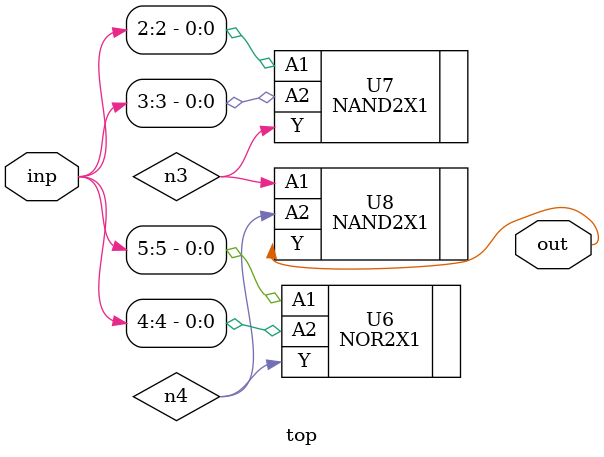
<source format=sv>


module top ( inp, out );
  input [5:0] inp;
  output out;
  wire   n3, n4;

  NOR2X1 U6 ( .A1(inp[5]), .A2(inp[4]), .Y(n4) );
  NAND2X1 U7 ( .A1(inp[2]), .A2(inp[3]), .Y(n3) );
  NAND2X1 U8 ( .A1(n3), .A2(n4), .Y(out) );
endmodule


</source>
